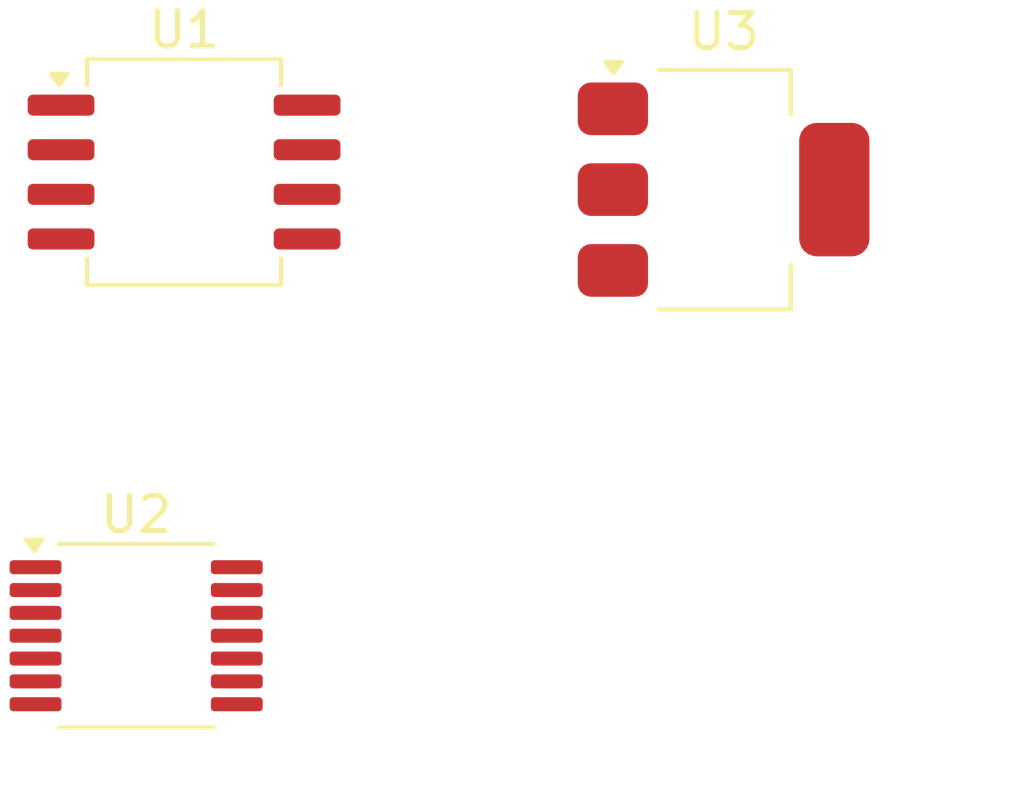
<source format=kicad_pcb>
(kicad_pcb (version 20241229) (generator "pcbnew") (generator_version "9.0")
  (layers (0 "F.Cu" signal) (2 "B.Cu" signal) (13 "F.Paste" user) (15 "B.Paste" user) (5 "F.SilkS" user "F.Silkscreen") (7 "B.SilkS" user "B.Silkscreen") (1 "F.Mask" user) (3 "B.Mask" user) (25 "Edge.Cuts" user))
  (net 0 "")
  (net 1 "Net-(U2A-+)")
  (net 2 "VDD")
  (net 3 "Net-(U1--)")
  (net 4 "Net-(U1-+)")
  (net 5 "GND")
  (net 6 "Net-(J1-Pin_1)")
  (net 7 "Net-(U2-Pad14)")
  (net 8 "Net-(U2A--)")
  (net 9 "Net-(U2-Pad8)")
  (net 10 "Net-(U2-Pad7)")
  (footprint "Package_SO:SOIC-8_5.3x6.2mm_P1.27mm" (layer "F.Cu") (at 142.5 152)
    (property "Reference" "U1" (at 0 -4.05 0) (layer "F.SilkS"))
    (property "Value" "OPA928")
    (fp_line (start -2.76 -3.21) (end -2.76 -2.465) (stroke (width 0.12)) (layer "F.SilkS"))
    (fp_line (start -2.76 3.21) (end -2.76 2.465) (stroke (width 0.12)) (layer "F.SilkS"))
    (fp_line (start 0 -3.21) (end -2.76 -3.21) (stroke (width 0.12)) (layer "F.SilkS"))
    (fp_line (start 0 -3.21) (end 2.76 -3.21) (stroke (width 0.12)) (layer "F.SilkS"))
    (fp_line (start 0 3.21) (end -2.76 3.21) (stroke (width 0.12)) (layer "F.SilkS"))
    (fp_line (start 0 3.21) (end 2.76 3.21) (stroke (width 0.12)) (layer "F.SilkS"))
    (fp_line (start 2.76 -3.21) (end 2.76 -2.465) (stroke (width 0.12)) (layer "F.SilkS"))
    (fp_line (start 2.76 3.21) (end 2.76 2.465) (stroke (width 0.12)) (layer "F.SilkS"))
    (fp_poly (pts (xy -3.55 -2.465) (xy -3.79 -2.795) (xy -3.31 -2.795)) (stroke (width 0.12)) (fill yes) (layer "F.SilkS"))
    (pad "1" smd roundrect (at -3.5 -1.905) (size 1.9 0.6) (layers "F.Cu" "F.Mask" "F.Paste") (net 3 "Net-(U1--)"))
    (pad "2" smd roundrect (at -3.5 -0.635) (size 1.9 0.6) (layers "F.Cu" "F.Mask" "F.Paste") (net 3 "Net-(U1--)"))
    (pad "3" smd roundrect (at -3.5 0.635) (size 1.9 0.6) (layers "F.Cu" "F.Mask" "F.Paste"))
    (pad "4" smd roundrect (at -3.5 1.905) (size 1.9 0.6) (layers "F.Cu" "F.Mask" "F.Paste") (net 5 "GND"))
    (pad "5" smd roundrect (at 3.5 1.905) (size 1.9 0.6) (layers "F.Cu" "F.Mask" "F.Paste") (net 2 "VDD"))
    (pad "6" smd roundrect (at 3.5 0.635) (size 1.9 0.6) (layers "F.Cu" "F.Mask" "F.Paste") (net 1 "Net-(U2A-+)"))
    (pad "7" smd roundrect (at 3.5 -0.635) (size 1.9 0.6) (layers "F.Cu" "F.Mask" "F.Paste") (net 4 "Net-(U1-+)"))
    (pad "8" smd roundrect (at 3.5 -1.905) (size 1.9 0.6) (layers "F.Cu" "F.Mask" "F.Paste") (net 4 "Net-(U1-+)"))
  )
  (footprint "Package_TO_SOT_SMD:SOT-223-3_TabPin2" (layer "F.Cu") (at 157.85 152.5)
    (property "Reference" "U3" (at 0 -4.5 0) (layer "F.SilkS"))
    (property "Value" "NCP1117-3.3_SOT223")
    (fp_line (start -1.85 -3.41) (end 1.91 -3.41) (stroke (width 0.12)) (layer "F.SilkS"))
    (fp_line (start -1.85 3.41) (end 1.91 3.41) (stroke (width 0.12)) (layer "F.SilkS"))
    (fp_line (start 1.91 -3.41) (end 1.91 -2.15) (stroke (width 0.12)) (layer "F.SilkS"))
    (fp_line (start 1.91 3.41) (end 1.91 2.15) (stroke (width 0.12)) (layer "F.SilkS"))
    (fp_poly (pts (xy -3.13 -3.31) (xy -3.37 -3.64) (xy -2.89 -3.64) (xy -3.13 -3.31)) (stroke (width 0.12)) (fill yes) (layer "F.SilkS"))
    (pad "1" smd roundrect (at -3.15 -2.3) (size 2 1.5) (layers "F.Cu" "F.Mask" "F.Paste") (net 5 "GND"))
    (pad "2" smd roundrect (at -3.15 0) (size 2 1.5) (layers "F.Cu" "F.Mask" "F.Paste") (net 2 "VDD"))
    (pad "2" smd roundrect (at 3.15 0) (size 2 3.8) (layers "F.Cu" "F.Mask" "F.Paste") (net 2 "VDD"))
    (pad "3" smd roundrect (at -3.15 2.3) (size 2 1.5) (layers "F.Cu" "F.Mask" "F.Paste") (net 6 "Net-(J1-Pin_1)"))
  )
  (footprint "Package_SO:TSSOP-14_4.4x5mm_P0.65mm" (layer "F.Cu") (at 141.1375 165.2)
    (property "Reference" "U2" (at 0 -3.45 0) (layer "F.SilkS"))
    (property "Value" "~")
    (fp_line (start 0 -2.61) (end -2.2 -2.61) (stroke (width 0.12)) (layer "F.SilkS"))
    (fp_line (start 0 -2.61) (end 2.2 -2.61) (stroke (width 0.12)) (layer "F.SilkS"))
    (fp_line (start 0 2.61) (end -2.2 2.61) (stroke (width 0.12)) (layer "F.SilkS"))
    (fp_line (start 0 2.61) (end 2.2 2.61) (stroke (width 0.12)) (layer "F.SilkS"))
    (fp_poly (pts (xy -2.9 -2.41) (xy -3.14 -2.74) (xy -2.66 -2.74)) (stroke (width 0.12)) (fill yes) (layer "F.SilkS"))
    (pad "1" smd roundrect (at -2.8625 -1.95) (size 1.475 0.4) (layers "F.Cu" "F.Mask" "F.Paste") (net 8 "Net-(U2A--)"))
    (pad "2" smd roundrect (at -2.8625 -1.3) (size 1.475 0.4) (layers "F.Cu" "F.Mask" "F.Paste") (net 8 "Net-(U2A--)"))
    (pad "3" smd roundrect (at -2.8625 -0.65) (size 1.475 0.4) (layers "F.Cu" "F.Mask" "F.Paste") (net 1 "Net-(U2A-+)"))
    (pad "4" smd roundrect (at -2.8625 0) (size 1.475 0.4) (layers "F.Cu" "F.Mask" "F.Paste") (net 2 "VDD"))
    (pad "5" smd roundrect (at -2.8625 0.65) (size 1.475 0.4) (layers "F.Cu" "F.Mask" "F.Paste") (net 8 "Net-(U2A--)"))
    (pad "6" smd roundrect (at -2.8625 1.3) (size 1.475 0.4) (layers "F.Cu" "F.Mask" "F.Paste") (net 10 "Net-(U2-Pad7)"))
    (pad "7" smd roundrect (at -2.8625 1.95) (size 1.475 0.4) (layers "F.Cu" "F.Mask" "F.Paste") (net 10 "Net-(U2-Pad7)"))
    (pad "8" smd roundrect (at 2.8625 1.95) (size 1.475 0.4) (layers "F.Cu" "F.Mask" "F.Paste") (net 9 "Net-(U2-Pad8)"))
    (pad "9" smd roundrect (at 2.8625 1.3) (size 1.475 0.4) (layers "F.Cu" "F.Mask" "F.Paste") (net 9 "Net-(U2-Pad8)"))
    (pad "10" smd roundrect (at 2.8625 0.65) (size 1.475 0.4) (layers "F.Cu" "F.Mask" "F.Paste") (net 10 "Net-(U2-Pad7)"))
    (pad "11" smd roundrect (at 2.8625 0) (size 1.475 0.4) (layers "F.Cu" "F.Mask" "F.Paste") (net 5 "GND"))
    (pad "12" smd roundrect (at 2.8625 -0.65) (size 1.475 0.4) (layers "F.Cu" "F.Mask" "F.Paste") (net 9 "Net-(U2-Pad8)"))
    (pad "13" smd roundrect (at 2.8625 -1.3) (size 1.475 0.4) (layers "F.Cu" "F.Mask" "F.Paste") (net 7 "Net-(U2-Pad14)"))
    (pad "14" smd roundrect (at 2.8625 -1.95) (size 1.475 0.4) (layers "F.Cu" "F.Mask" "F.Paste") (net 7 "Net-(U2-Pad14)"))
  )
)
</source>
